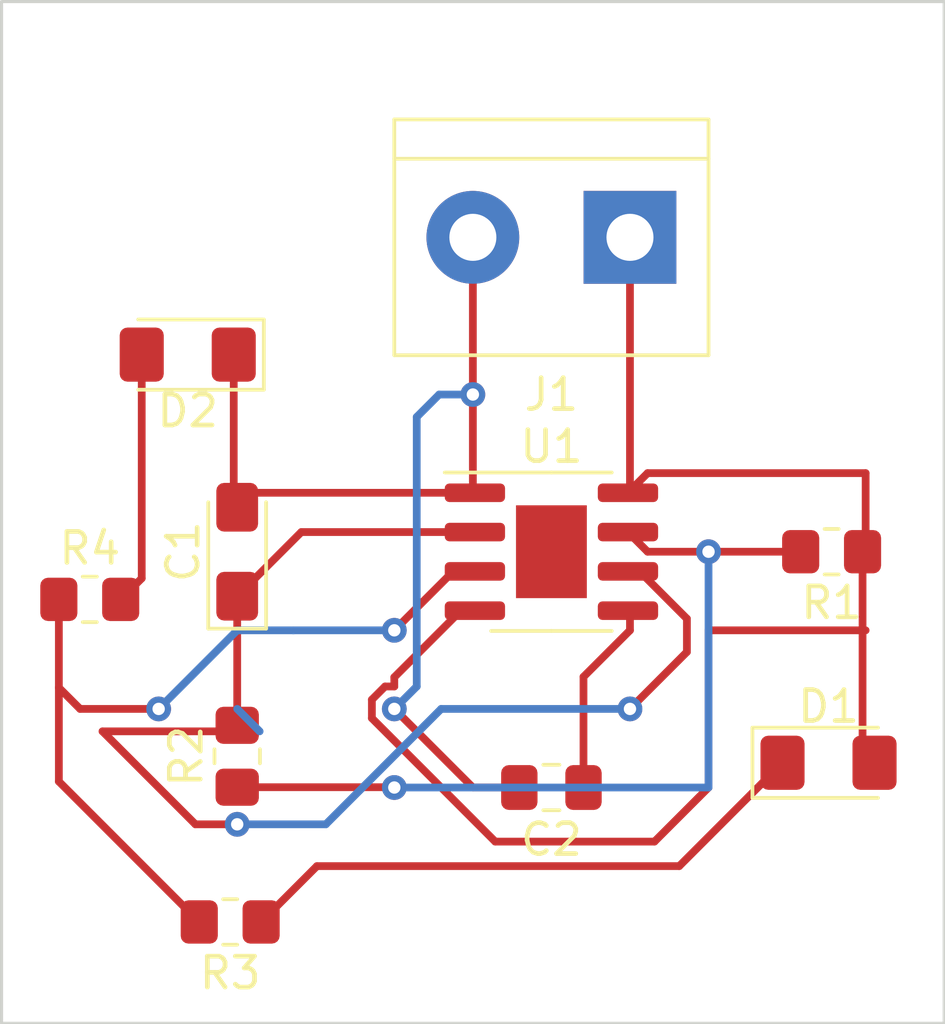
<source format=kicad_pcb>
(kicad_pcb (version 20211014) (generator pcbnew)
  (layers (0 "F.Cu" signal) (31 "B.Cu" signal) (34 "B.Paste" user) (35 "F.Paste" user) (36 "B.SilkS" user "B.Silkscreen") (37 "F.SilkS" user "F.Silkscreen") (38 "B.Mask" user) (39 "F.Mask" user) (44 "Edge.Cuts" user))
  (net 0 "")
  (net 1 "/pin_2")
  (net 2 "GND")
  (net 3 "Net-(C2-Pad1)")
  (net 4 "Net-(D1-Pad1)")
  (net 5 "+9V")
  (net 6 "Net-(D2-Pad2)")
  (net 7 "/pin_7")
  (net 8 "/pin_3")
  (footprint "TerminalBlock:TerminalBlock_bornier-2_P5.08mm" (layer "F.Cu") (at 154.94 91.44 180)
    (fp_text reference "J1" (at 2.54 -5.08) (layer "F.SilkS"))
    (fp_text value "Conn_01x02_Male")
    (fp_line (start 7.62 -3.81) (end -2.54 -3.81) (layer "F.SilkS") (width 0.12))
    (fp_line (start 7.62 3.81) (end 7.62 -3.81) (layer "F.SilkS") (width 0.12))
    (fp_line (start 7.62 2.54) (end -2.54 2.54) (layer "F.SilkS") (width 0.12))
    (fp_line (start -2.54 -3.81) (end -2.54 3.81) (layer "F.SilkS") (width 0.12))
    (fp_line (start -2.54 3.81) (end 7.62 3.81) (layer "F.SilkS") (width 0.12))
    (pad "1" thru_hole rect (at 0 0 180) (size 3 3) (drill 1.52) (layers *.Cu *.Mask) (net 5 "+9V"))
    (pad "2" thru_hole circle (at 5.08 0 180) (size 3 3) (drill 1.52) (layers *.Cu *.Mask) (net 2 "GND"))
  )
  (footprint "Capacitor_SMD:C_0805_2012Metric_Pad1.18x1.45mm_HandSolder" (layer "F.Cu") (at 152.4 109.22 180)
    (fp_text reference "C2" (at 0 -1.68) (layer "F.SilkS"))
    (fp_text value "0.01uF")
    (fp_line (start -0.261252 0.735) (end 0.261252 0.735) (layer "F.SilkS") (width 0.12))
    (fp_line (start -0.261252 -0.735) (end 0.261252 -0.735) (layer "F.SilkS") (width 0.12))
    (pad "1" smd roundrect (at -1.0375 0 180) (size 1.175 1.45) (layers "F.Cu" "F.Paste" "F.Mask") (roundrect_rratio 0.212766) (net 3 "Net-(C2-Pad1)"))
    (pad "2" smd roundrect (at 1.0375 0 180) (size 1.175 1.45) (layers "F.Cu" "F.Paste" "F.Mask") (roundrect_rratio 0.212766) (net 2 "GND"))
  )
  (footprint "Resistor_SMD:R_0805_2012Metric_Pad1.20x1.40mm_HandSolder" (layer "F.Cu") (at 137.472936 103.14)
    (fp_text reference "R4" (at 0 -1.65) (layer "F.SilkS"))
    (fp_text value "1k")
    (fp_line (start -0.227064 0.735) (end 0.227064 0.735) (layer "F.SilkS") (width 0.12))
    (fp_line (start -0.227064 -0.735) (end 0.227064 -0.735) (layer "F.SilkS") (width 0.12))
    (pad "1" smd roundrect (at -1 0) (size 1.2 1.4) (layers "F.Cu" "F.Paste" "F.Mask") (roundrect_rratio 0.208333) (net 8 "/pin_3"))
    (pad "2" smd roundrect (at 1 0) (size 1.2 1.4) (layers "F.Cu" "F.Paste" "F.Mask") (roundrect_rratio 0.208333) (net 6 "Net-(D2-Pad2)"))
  )
  (footprint "LED_SMD:LED_1206_3216Metric_Pad1.42x1.75mm_HandSolder" (layer "F.Cu") (at 140.64 95.23 180)
    (fp_text reference "D2" (at 0 -1.82) (layer "F.SilkS"))
    (fp_text value "LED")
    (fp_line (start -2.46 1.135) (end 1.6 1.135) (layer "F.SilkS") (width 0.12))
    (fp_line (start 1.6 -1.135) (end -2.46 -1.135) (layer "F.SilkS") (width 0.12))
    (fp_line (start -2.46 -1.135) (end -2.46 1.135) (layer "F.SilkS") (width 0.12))
    (pad "1" smd roundrect (at -1.4875 0 180) (size 1.425 1.75) (layers "F.Cu" "F.Paste" "F.Mask") (roundrect_rratio 0.175439) (net 2 "GND"))
    (pad "2" smd roundrect (at 1.4875 0 180) (size 1.425 1.75) (layers "F.Cu" "F.Paste" "F.Mask") (roundrect_rratio 0.175439) (net 6 "Net-(D2-Pad2)"))
  )
  (footprint "Resistor_SMD:R_0805_2012Metric_Pad1.20x1.40mm_HandSolder" (layer "F.Cu") (at 142.24 108.21 90)
    (fp_text reference "R2" (at 0 -1.65 90) (layer "F.SilkS"))
    (fp_text value "10k")
    (fp_line (start -0.227064 0.735) (end 0.227064 0.735) (layer "F.SilkS") (width 0.12))
    (fp_line (start -0.227064 -0.735) (end 0.227064 -0.735) (layer "F.SilkS") (width 0.12))
    (pad "1" smd roundrect (at -1 0 90) (size 1.2 1.4) (layers "F.Cu" "F.Paste" "F.Mask") (roundrect_rratio 0.208333) (net 7 "/pin_7"))
    (pad "2" smd roundrect (at 1 0 90) (size 1.2 1.4) (layers "F.Cu" "F.Paste" "F.Mask") (roundrect_rratio 0.208333) (net 1 "/pin_2"))
  )
  (footprint "Capacitor_Tantalum_SMD:CP_EIA-3216-18_Kemet-A_Pad1.58x1.35mm_HandSolder" (layer "F.Cu") (at 142.24 101.6 90)
    (fp_text reference "C1" (at 0 -1.75 90) (layer "F.SilkS"))
    (fp_text value "10uF")
    (fp_line (start -2.485 0.935) (end 1.6 0.935) (layer "F.SilkS") (width 0.12))
    (fp_line (start -2.485 -0.935) (end -2.485 0.935) (layer "F.SilkS") (width 0.12))
    (fp_line (start 1.6 -0.935) (end -2.485 -0.935) (layer "F.SilkS") (width 0.12))
    (pad "1" smd roundrect (at -1.4375 0 90) (size 1.575 1.35) (layers "F.Cu" "F.Paste" "F.Mask") (roundrect_rratio 0.185185) (net 1 "/pin_2"))
    (pad "2" smd roundrect (at 1.4375 0 90) (size 1.575 1.35) (layers "F.Cu" "F.Paste" "F.Mask") (roundrect_rratio 0.185185) (net 2 "GND"))
  )
  (footprint "Resistor_SMD:R_0805_2012Metric_Pad1.20x1.40mm_HandSolder" (layer "F.Cu") (at 161.46 101.6 180)
    (fp_text reference "R1" (at 0 -1.65) (layer "F.SilkS"))
    (fp_text value "1k")
    (fp_line (start -0.227064 -0.735) (end 0.227064 -0.735) (layer "F.SilkS") (width 0.12))
    (fp_line (start -0.227064 0.735) (end 0.227064 0.735) (layer "F.SilkS") (width 0.12))
    (pad "1" smd roundrect (at -1 0 180) (size 1.2 1.4) (layers "F.Cu" "F.Paste" "F.Mask") (roundrect_rratio 0.208333) (net 5 "+9V"))
    (pad "2" smd roundrect (at 1 0 180) (size 1.2 1.4) (layers "F.Cu" "F.Paste" "F.Mask") (roundrect_rratio 0.208333) (net 7 "/pin_7"))
  )
  (footprint "Resistor_SMD:R_0805_2012Metric_Pad1.20x1.40mm_HandSolder" (layer "F.Cu") (at 142.012936 113.565 180)
    (fp_text reference "R3" (at 0 -1.65) (layer "F.SilkS"))
    (fp_text value "1k")
    (fp_line (start -0.227064 -0.735) (end 0.227064 -0.735) (layer "F.SilkS") (width 0.12))
    (fp_line (start -0.227064 0.735) (end 0.227064 0.735) (layer "F.SilkS") (width 0.12))
    (pad "1" smd roundrect (at -1 0 180) (size 1.2 1.4) (layers "F.Cu" "F.Paste" "F.Mask") (roundrect_rratio 0.208333) (net 4 "Net-(D1-Pad1)"))
    (pad "2" smd roundrect (at 1 0 180) (size 1.2 1.4) (layers "F.Cu" "F.Paste" "F.Mask") (roundrect_rratio 0.208333) (net 8 "/pin_3"))
  )
  (footprint "Package_SO:SOIC-8-1EP_3.9x4.9mm_P1.27mm_EP2.29x3mm" (layer "F.Cu") (at 152.4 101.6)
    (fp_text reference "U1" (at 0 -3.4) (layer "F.SilkS"))
    (fp_text value "NE555D")
    (fp_line (start 0 -2.56) (end 1.95 -2.56) (layer "F.SilkS") (width 0.12))
    (fp_line (start 0 2.56) (end -1.95 2.56) (layer "F.SilkS") (width 0.12))
    (fp_line (start 0 2.56) (end 1.95 2.56) (layer "F.SilkS") (width 0.12))
    (fp_line (start 0 -2.56) (end -3.45 -2.56) (layer "F.SilkS") (width 0.12))
    (pad "1" smd roundrect (at -2.475 -1.905) (size 1.95 0.6) (layers "F.Cu" "F.Paste" "F.Mask") (net 2 "GND"))
    (pad "2" smd roundrect (at -2.475 -0.635) (size 1.95 0.6) (layers "F.Cu" "F.Paste" "F.Mask") (net 1 "/pin_2"))
    (pad "3" smd roundrect (at -2.475 0.635) (size 1.95 0.6) (layers "F.Cu" "F.Paste" "F.Mask") (net 8 "/pin_3"))
    (pad "4" smd roundrect (at -2.475 1.905) (size 1.95 0.6) (layers "F.Cu" "F.Paste" "F.Mask") (net 5 "+9V"))
    (pad "5" smd roundrect (at 2.475 1.905) (size 1.95 0.6) (layers "F.Cu" "F.Paste" "F.Mask") (net 3 "Net-(C2-Pad1)"))
    (pad "6" smd roundrect (at 2.475 0.635) (size 1.95 0.6) (layers "F.Cu" "F.Paste" "F.Mask") (net 1 "/pin_2"))
    (pad "7" smd roundrect (at 2.475 -0.635) (size 1.95 0.6) (layers "F.Cu" "F.Paste" "F.Mask") (net 7 "/pin_7"))
    (pad "8" smd roundrect (at 2.475 -1.905) (size 1.95 0.6) (layers "F.Cu" "F.Paste" "F.Mask") (net 5 "+9V"))
    (pad "9" smd rect (at 0 0) (size 2.29 3) (layers "F.Cu" "F.Mask"))
  )
  (footprint "LED_SMD:LED_1206_3216Metric_Pad1.42x1.75mm_HandSolder" (layer "F.Cu") (at 161.36 108.42)
    (fp_text reference "D1" (at 0 -1.82) (layer "F.SilkS"))
    (fp_text value "LED")
    (fp_line (start 1.6 -1.135) (end -2.46 -1.135) (layer "F.SilkS") (width 0.12))
    (fp_line (start -2.46 -1.135) (end -2.46 1.135) (layer "F.SilkS") (width 0.12))
    (fp_line (start -2.46 1.135) (end 1.6 1.135) (layer "F.SilkS") (width 0.12))
    (pad "1" smd roundrect (at -1.4875 0) (size 1.425 1.75) (layers "F.Cu" "F.Paste" "F.Mask") (roundrect_rratio 0.175439) (net 4 "Net-(D1-Pad1)"))
    (pad "2" smd roundrect (at 1.4875 0) (size 1.425 1.75) (layers "F.Cu" "F.Paste" "F.Mask") (roundrect_rratio 0.175439) (net 5 "+9V"))
  )
  (gr_rect (start 134.62 83.82) (end 165.1 116.84) (layer "Edge.Cuts") (width 0.1) (fill none))
  (segment (start 140.8895 110.4095) (end 137.885 107.405) (width 0.25) (layer "F.Cu") (net 1))
  (segment (start 156.780552 103.763801) (end 156.780552 104.839448) (width 0.25) (layer "F.Cu") (net 1))
  (segment (start 149.925 100.965) (end 149.469695 100.965) (width 0.25) (layer "F.Cu") (net 1))
  (segment (start 142.24 106.68) (end 142.24 107.21) (width 0.25) (layer "F.Cu") (net 1))
  (segment (start 154.875 102.235) (end 155.251751 102.235) (width 0.25) (layer "F.Cu") (net 1))
  (segment (start 144.3125 100.965) (end 149.925 100.965) (width 0.25) (layer "F.Cu") (net 1))
  (segment (start 142.24 110.4095) (end 140.8895 110.4095) (width 0.25) (layer "F.Cu") (net 1))
  (segment (start 156.780552 104.839448) (end 154.94 106.68) (width 0.25) (layer "F.Cu") (net 1))
  (segment (start 155.251751 102.235) (end 156.780552 103.763801) (width 0.25) (layer "F.Cu") (net 1))
  (segment (start 142.24 103.0375) (end 144.3125 100.965) (width 0.25) (layer "F.Cu") (net 1))
  (segment (start 137.885 107.405) (end 142.045 107.405) (width 0.25) (layer "F.Cu") (net 1))
  (segment (start 142.24 103.0375) (end 142.24 106.68) (width 0.25) (layer "F.Cu") (net 1))
  (segment (start 142.045 107.405) (end 142.24 107.21) (width 0.25) (layer "F.Cu") (net 1))
  (via (at 142.24 110.4095) (size 0.8) (drill 0.4) (layers "F.Cu" "B.Cu") (net 1))
  (via (at 154.94 106.68) (size 0.8) (drill 0.4) (layers "F.Cu" "B.Cu") (net 1))
  (segment (start 145.105195 110.4095) (end 148.834695 106.68) (width 0.25) (layer "B.Cu") (net 1))
  (segment (start 142.24 110.4095) (end 145.105195 110.4095) (width 0.25) (layer "B.Cu") (net 1))
  (segment (start 148.834695 106.68) (end 154.94 106.68) (width 0.25) (layer "B.Cu") (net 1))
  (segment (start 142.24 106.68) (end 142.965 107.405) (width 0.25) (layer "B.Cu") (net 1))
  (segment (start 149.86 91.44) (end 149.86 96.52) (width 0.25) (layer "F.Cu") (net 2))
  (segment (start 149.86 109.22) (end 147.32 106.68) (width 0.25) (layer "F.Cu") (net 2))
  (segment (start 142.24 100.1625) (end 142.7075 99.695) (width 0.25) (layer "F.Cu") (net 2))
  (segment (start 151.3625 109.22) (end 149.86 109.22) (width 0.25) (layer "F.Cu") (net 2))
  (segment (start 149.86 96.52) (end 149.86 99.63) (width 0.25) (layer "F.Cu") (net 2))
  (segment (start 142.7075 99.695) (end 149.925 99.695) (width 0.25) (layer "F.Cu") (net 2))
  (segment (start 142.1275 100.05) (end 142.24 100.1625) (width 0.25) (layer "F.Cu") (net 2))
  (segment (start 149.86 99.63) (end 149.925 99.695) (width 0.25) (layer "F.Cu") (net 2))
  (segment (start 142.1275 95.23) (end 142.1275 100.05) (width 0.25) (layer "F.Cu") (net 2))
  (via (at 147.32 106.68) (size 0.8) (drill 0.4) (layers "F.Cu" "B.Cu") (net 2))
  (via (at 149.86 96.52) (size 0.8) (drill 0.4) (layers "F.Cu" "B.Cu") (net 2))
  (segment (start 148.045 97.245) (end 148.77 96.52) (width 0.25) (layer "B.Cu") (net 2))
  (segment (start 147.32 106.68) (end 148.045 105.955) (width 0.25) (layer "B.Cu") (net 2))
  (segment (start 148.045 105.955) (end 148.045 97.245) (width 0.25) (layer "B.Cu") (net 2))
  (segment (start 148.77 96.52) (end 149.86 96.52) (width 0.25) (layer "B.Cu") (net 2))
  (segment (start 153.4375 105.6425) (end 154.94 104.14) (width 0.25) (layer "F.Cu") (net 3))
  (segment (start 154.94 104.14) (end 154.94 103.57) (width 0.25) (layer "F.Cu") (net 3))
  (segment (start 154.94 103.57) (end 154.875 103.505) (width 0.25) (layer "F.Cu") (net 3))
  (segment (start 153.4375 109.22) (end 153.4375 105.6425) (width 0.25) (layer "F.Cu") (net 3))
  (segment (start 143.012936 113.565) (end 144.817936 111.76) (width 0.25) (layer "F.Cu") (net 4))
  (segment (start 144.817936 111.76) (end 156.5325 111.76) (width 0.25) (layer "F.Cu") (net 4))
  (segment (start 156.5325 111.76) (end 159.8725 108.42) (width 0.25) (layer "F.Cu") (net 4))
  (segment (start 149.925 103.505) (end 149.469695 103.505) (width 0.25) (layer "F.Cu") (net 5))
  (segment (start 147.019695 105.955) (end 146.595 106.379695) (width 0.25) (layer "F.Cu") (net 5))
  (segment (start 162.46 108.0325) (end 162.8475 108.42) (width 0.25) (layer "F.Cu") (net 5))
  (segment (start 155.51 99.06) (end 162.56 99.06) (width 0.25) (layer "F.Cu") (net 5))
  (segment (start 155.731948 110.968052) (end 157.48 109.22) (width 0.25) (layer "F.Cu") (net 5))
  (segment (start 147.32 105.654695) (end 147.32 105.955) (width 0.25) (layer "F.Cu") (net 5))
  (segment (start 146.595 106.379695) (end 146.595 106.980305) (width 0.25) (layer "F.Cu") (net 5))
  (segment (start 162.56 99.06) (end 162.56 101.5) (width 0.25) (layer "F.Cu") (net 5))
  (segment (start 162.56 101.5) (end 162.46 101.6) (width 0.25) (layer "F.Cu") (net 5))
  (segment (start 150.582747 110.968052) (end 155.731948 110.968052) (width 0.25) (layer "F.Cu") (net 5))
  (segment (start 149.469695 103.505) (end 147.32 105.654695) (width 0.25) (layer "F.Cu") (net 5))
  (segment (start 157.48 104.14) (end 162.56 104.14) (width 0.25) (layer "F.Cu") (net 5))
  (segment (start 147.32 105.955) (end 147.019695 105.955) (width 0.25) (layer "F.Cu") (net 5))
  (segment (start 157.48 109.22) (end 157.48 104.14) (width 0.25) (layer "F.Cu") (net 5))
  (segment (start 154.94 91.44) (end 154.94 99.63) (width 0.25) (layer "F.Cu") (net 5))
  (segment (start 154.875 99.695) (end 155.51 99.06) (width 0.25) (layer "F.Cu") (net 5))
  (segment (start 154.94 99.63) (end 154.875 99.695) (width 0.25) (layer "F.Cu") (net 5))
  (segment (start 162.46 101.6) (end 162.46 108.0325) (width 0.25) (layer "F.Cu") (net 5))
  (segment (start 146.595 106.980305) (end 150.582747 110.968052) (width 0.25) (layer "F.Cu") (net 5))
  (segment (start 139.1525 102.460436) (end 138.472936 103.14) (width 0.25) (layer "F.Cu") (net 6))
  (segment (start 139.1525 95.23) (end 139.1525 102.460436) (width 0.25) (layer "F.Cu") (net 6))
  (segment (start 142.24 109.21) (end 147.31 109.21) (width 0.25) (layer "F.Cu") (net 7))
  (segment (start 157.48 101.6) (end 155.51 101.6) (width 0.25) (layer "F.Cu") (net 7))
  (segment (start 147.31 109.21) (end 147.32 109.22) (width 0.25) (layer "F.Cu") (net 7))
  (segment (start 155.51 101.6) (end 154.875 100.965) (width 0.25) (layer "F.Cu") (net 7))
  (segment (start 160.46 101.6) (end 157.48 101.6) (width 0.25) (layer "F.Cu") (net 7))
  (via (at 147.32 109.22) (size 0.8) (drill 0.4) (layers "F.Cu" "B.Cu") (net 7))
  (via (at 157.48 101.6) (size 0.8) (drill 0.4) (layers "F.Cu" "B.Cu") (net 7))
  (segment (start 147.32 109.22) (end 157.48 109.22) (width 0.25) (layer "B.Cu") (net 7))
  (segment (start 157.48 109.22) (end 157.48 101.6) (width 0.25) (layer "B.Cu") (net 7))
  (segment (start 137.16 106.68) (end 139.7 106.68) (width 0.25) (layer "F.Cu") (net 8))
  (segment (start 136.472936 105.992936) (end 137.16 106.68) (width 0.25) (layer "F.Cu") (net 8))
  (segment (start 136.472936 105.992936) (end 136.472936 109.025) (width 0.25) (layer "F.Cu") (net 8))
  (segment (start 149.225 102.235) (end 149.925 102.235) (width 0.25) (layer "F.Cu") (net 8))
  (segment (start 147.32 104.14) (end 149.225 102.235) (width 0.25) (layer "F.Cu") (net 8))
  (segment (start 136.472936 109.025) (end 141.012936 113.565) (width 0.25) (layer "F.Cu") (net 8))
  (segment (start 136.472936 103.14) (end 136.472936 105.992936) (width 0.25) (layer "F.Cu") (net 8))
  (via (at 139.7 106.68) (size 0.8) (drill 0.4) (layers "F.Cu" "B.Cu") (net 8))
  (via (at 147.32 104.14) (size 0.8) (drill 0.4) (layers "F.Cu" "B.Cu") (net 8))
  (segment (start 144.055 104.14) (end 147.32 104.14) (width 0.25) (layer "B.Cu") (net 8))
  (segment (start 142.24 104.14) (end 144.055 104.14) (width 0.25) (layer "B.Cu") (net 8))
  (segment (start 139.7 106.68) (end 142.24 104.14) (width 0.25) (layer "B.Cu") (net 8))
)
</source>
